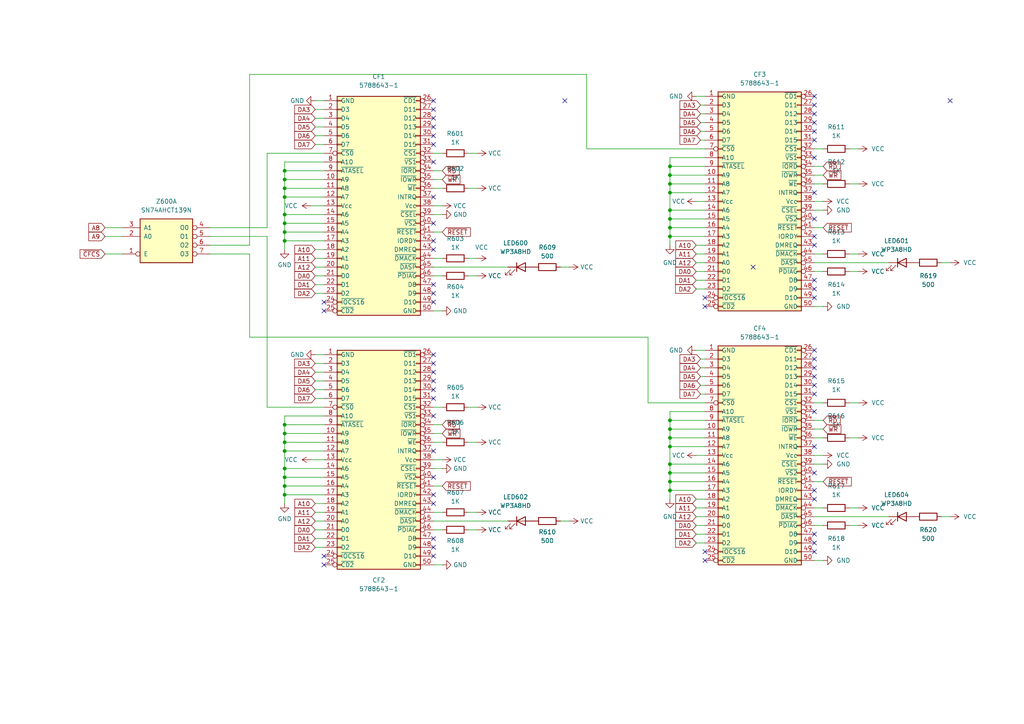
<source format=kicad_sch>
(kicad_sch (version 20211123) (generator eeschema)
  (paper "A4")
  (title_block (title "JupiterAceZ180") (date "2019-08-26") (rev "Alpha") (company "Ontobus") (comment 1 "John Bradley") (comment 2 "https://creativecommons.org/licenses/by-nc-sa/4.0/") (comment 3 "Attribution-NonCommercial-ShareAlike 4.0 International License.") (comment 4 "This work is licensed under a Creative Commons "))
  (lib_symbols
    (symbol "74xx:74LS139" (pin_names (offset 1.016))
      (property "Reference" "U" (at -7.62 8.89 0))
      (property "Value" "74LS139" (at -7.62 -8.89 0))
      (symbol "74LS139_1_0"
        (pin input inverted (at -12.7 -5.08 0) (length 5.08) (name "E") (number "1"))
        (pin input line (at -12.7 0 0) (length 5.08) (name "A0") (number "2"))
        (pin input line (at -12.7 2.54 0) (length 5.08) (name "A1") (number "3"))
        (pin output inverted (at 12.7 2.54 180) (length 5.08) (name "O0") (number "4"))
        (pin output inverted (at 12.7 0 180) (length 5.08) (name "O1") (number "5"))
        (pin output inverted (at 12.7 -2.54 180) (length 5.08) (name "O2") (number "6"))
        (pin output inverted (at 12.7 -5.08 180) (length 5.08) (name "O3") (number "7"))
      )
      (symbol "74LS139_1_1"
        (rectangle (start -7.62 5.08) (end 7.62 -7.62) (stroke (width 0.254)) (fill (type background)))
      )
      (symbol "74LS139_2_0"
        (pin output inverted (at 12.7 -2.54 180) (length 5.08) (name "O2") (number "10"))
        (pin output inverted (at 12.7 0 180) (length 5.08) (name "O1") (number "11"))
        (pin output inverted (at 12.7 2.54 180) (length 5.08) (name "O0") (number "12"))
        (pin input line (at -12.7 2.54 0) (length 5.08) (name "A1") (number "13"))
        (pin input line (at -12.7 0 0) (length 5.08) (name "A0") (number "14"))
        (pin input inverted (at -12.7 -5.08 0) (length 5.08) (name "E") (number "15"))
        (pin output inverted (at 12.7 -5.08 180) (length 5.08) (name "O3") (number "9"))
      )
      (symbol "74LS139_2_1"
        (rectangle (start -7.62 5.08) (end 7.62 -7.62) (stroke (width 0.254)) (fill (type background)))
      )
      (symbol "74LS139_3_0"
        (pin power_in line (at 0 12.7 270) (length 5.08) (name "VCC") (number "16"))
        (pin power_in line (at 0 -12.7 90) (length 5.08) (name "GND") (number "8"))
      )
      (symbol "74LS139_3_1"
        (rectangle (start -5.08 7.62) (end 5.08 -7.62) (stroke (width 0.254)) (fill (type background)))
      )
    )
    (symbol "Device:LED" (pin_numbers hide) (pin_names (offset 1.016) hide)
      (property "Reference" "D" (at 0 2.54 0))
      (property "Value" "LED" (at 0 -2.54 0))
      (symbol "LED_0_1"
        (polyline (pts (xy -1.27 -1.27) (xy -1.27 1.27)) (stroke (width 0.254)))
        (polyline (pts (xy -1.27 0) (xy 1.27 0)))
        (polyline (pts (xy 1.27 -1.27) (xy 1.27 1.27) (xy -1.27 0) (xy 1.27 -1.27)) (stroke (width 0.254)))
        (polyline (pts (xy -3.048 -0.762) (xy -4.572 -2.286) (xy -3.81 -2.286) (xy -4.572 -2.286) (xy -4.572 -1.524)))
        (polyline (pts (xy -1.778 -0.762) (xy -3.302 -2.286) (xy -2.54 -2.286) (xy -3.302 -2.286) (xy -3.302 -1.524)))
      )
      (symbol "LED_1_1"
        (pin passive line (at -3.81 0 0) (length 2.54) (name "K") (number "1"))
        (pin passive line (at 3.81 0 180) (length 2.54) (name "A") (number "2"))
      )
    )
    (symbol "Device:R" (pin_numbers hide) (pin_names (offset 0))
      (property "Reference" "R" (at 2.032 0 90))
      (property "Value" "R" (at 0 0 90))
      (symbol "R_0_1"
        (rectangle (start -1.016 -2.54) (end 1.016 2.54) (stroke (width 0.254)))
      )
      (symbol "R_1_1"
        (pin passive line (at 0 3.81 270) (length 1.27) (name "~") (number "1"))
        (pin passive line (at 0 -3.81 90) (length 1.27) (name "~") (number "2"))
      )
    )
    (symbol "ExtraSymbols:5788643-1" (pin_names (offset 1.016))
      (property "Reference" "CF" (at 2.54 1.27 0))
      (property "Value" "5788643-1" (at 17.78 1.27 0))
      (symbol "5788643-1_1_1"
        (rectangle (start 0 -62.103) (end 1.27 -62.357) (stroke (width 0.1524)))
        (rectangle (start 0 -59.563) (end 1.27 -59.817) (stroke (width 0.1524)))
        (rectangle (start 0 -57.023) (end 1.27 -57.277) (stroke (width 0.1524)))
        (rectangle (start 0 -54.483) (end 1.27 -54.737) (stroke (width 0.1524)))
        (rectangle (start 0 -51.943) (end 1.27 -52.197) (stroke (width 0.1524)))
        (rectangle (start 0 -49.403) (end 1.27 -49.657) (stroke (width 0.1524)))
        (rectangle (start 0 -46.863) (end 1.27 -47.117) (stroke (width 0.1524)))
        (rectangle (start 0 -44.323) (end 1.27 -44.577) (stroke (width 0.1524)))
        (rectangle (start 0 -41.783) (end 1.27 -42.037) (stroke (width 0.1524)))
        (rectangle (start 0 -39.243) (end 1.27 -39.497) (stroke (width 0.1524)))
        (rectangle (start 0 -36.703) (end 1.27 -36.957) (stroke (width 0.1524)))
        (rectangle (start 0 -34.163) (end 1.27 -34.417) (stroke (width 0.1524)))
        (rectangle (start 0 -31.623) (end 1.27 -31.877) (stroke (width 0.1524)))
        (rectangle (start 0 -29.083) (end 1.27 -29.337) (stroke (width 0.1524)))
        (rectangle (start 0 -26.543) (end 1.27 -26.797) (stroke (width 0.1524)))
        (rectangle (start 0 -24.003) (end 1.27 -24.257) (stroke (width 0.1524)))
        (rectangle (start 0 -21.463) (end 1.27 -21.717) (stroke (width 0.1524)))
        (rectangle (start 0 -18.923) (end 1.27 -19.177) (stroke (width 0.1524)))
        (rectangle (start 0 -16.383) (end 1.27 -16.637) (stroke (width 0.1524)))
        (rectangle (start 0 -13.843) (end 1.27 -14.097) (stroke (width 0.1524)))
        (rectangle (start 0 -11.303) (end 1.27 -11.557) (stroke (width 0.1524)))
        (rectangle (start 0 -8.763) (end 1.27 -9.017) (stroke (width 0.1524)))
        (rectangle (start 0 -6.223) (end 1.27 -6.477) (stroke (width 0.1524)))
        (rectangle (start 0 -3.683) (end 1.27 -3.937) (stroke (width 0.1524)))
        (rectangle (start 0 -1.143) (end 1.27 -1.397) (stroke (width 0.1524)))
        (rectangle (start 0 0) (end 24.13 -63.5) (stroke (width 0.254)) (fill (type background)))
        (rectangle (start 24.13 -62.103) (end 22.86 -62.357) (stroke (width 0.1524)))
        (rectangle (start 24.13 -59.563) (end 22.86 -59.817) (stroke (width 0.1524)))
        (rectangle (start 24.13 -57.023) (end 22.86 -57.277) (stroke (width 0.1524)))
        (rectangle (start 24.13 -54.483) (end 22.86 -54.737) (stroke (width 0.1524)))
        (rectangle (start 24.13 -51.943) (end 22.86 -52.197) (stroke (width 0.1524)))
        (rectangle (start 24.13 -49.403) (end 22.86 -49.657) (stroke (width 0.1524)))
        (rectangle (start 24.13 -46.863) (end 22.86 -47.117) (stroke (width 0.1524)))
        (rectangle (start 24.13 -44.323) (end 22.86 -44.577) (stroke (width 0.1524)))
        (rectangle (start 24.13 -41.783) (end 22.86 -42.037) (stroke (width 0.1524)))
        (rectangle (start 24.13 -39.243) (end 22.86 -39.497) (stroke (width 0.1524)))
        (rectangle (start 24.13 -36.703) (end 22.86 -36.957) (stroke (width 0.1524)))
        (rectangle (start 24.13 -34.163) (end 22.86 -34.417) (stroke (width 0.1524)))
        (rectangle (start 24.13 -31.623) (end 22.86 -31.877) (stroke (width 0.1524)))
        (rectangle (start 24.13 -29.083) (end 22.86 -29.337) (stroke (width 0.1524)))
        (rectangle (start 24.13 -26.543) (end 22.86 -26.797) (stroke (width 0.1524)))
        (rectangle (start 24.13 -24.003) (end 22.86 -24.257) (stroke (width 0.1524)))
        (rectangle (start 24.13 -21.463) (end 22.86 -21.717) (stroke (width 0.1524)))
        (rectangle (start 24.13 -18.923) (end 22.86 -19.177) (stroke (width 0.1524)))
        (rectangle (start 24.13 -16.383) (end 22.86 -16.637) (stroke (width 0.1524)))
        (rectangle (start 24.13 -13.843) (end 22.86 -14.097) (stroke (width 0.1524)))
        (rectangle (start 24.13 -11.303) (end 22.86 -11.557) (stroke (width 0.1524)))
        (rectangle (start 24.13 -8.763) (end 22.86 -9.017) (stroke (width 0.1524)))
        (rectangle (start 24.13 -6.223) (end 22.86 -6.477) (stroke (width 0.1524)))
        (rectangle (start 24.13 -3.683) (end 22.86 -3.937) (stroke (width 0.1524)))
        (rectangle (start 24.13 -1.143) (end 22.86 -1.397) (stroke (width 0.1524)))
        (pin power_in line (at -3.81 -1.27 0) (length 3.81) (name "GND") (number "1"))
        (pin input line (at -3.81 -24.13 0) (length 3.81) (name "A9") (number "10"))
        (pin input line (at -3.81 -26.67 0) (length 3.81) (name "A8") (number "11"))
        (pin input line (at -3.81 -29.21 0) (length 3.81) (name "A7") (number "12"))
        (pin power_in line (at -3.81 -31.75 0) (length 3.81) (name "Vcc") (number "13"))
        (pin input line (at -3.81 -34.29 0) (length 3.81) (name "A6") (number "14"))
        (pin input line (at -3.81 -36.83 0) (length 3.81) (name "A5") (number "15"))
        (pin input line (at -3.81 -39.37 0) (length 3.81) (name "A4") (number "16"))
        (pin input line (at -3.81 -41.91 0) (length 3.81) (name "A3") (number "17"))
        (pin input line (at -3.81 -44.45 0) (length 3.81) (name "A2") (number "18"))
        (pin input line (at -3.81 -46.99 0) (length 3.81) (name "A1") (number "19"))
        (pin bidirectional line (at -3.81 -3.81 0) (length 3.81) (name "D3") (number "2"))
        (pin input line (at -3.81 -49.53 0) (length 3.81) (name "A0") (number "20"))
        (pin bidirectional line (at -3.81 -52.07 0) (length 3.81) (name "D0") (number "21"))
        (pin bidirectional line (at -3.81 -54.61 0) (length 3.81) (name "D1") (number "22"))
        (pin bidirectional line (at -3.81 -57.15 0) (length 3.81) (name "D2") (number "23"))
        (pin input inverted (at -3.81 -59.69 0) (length 3.81) (name "~{IOCS16}") (number "24"))
        (pin output inverted (at -3.81 -62.23 0) (length 3.81) (name "~{CD2}") (number "25"))
        (pin output inverted (at 27.94 -1.27 180) (length 3.81) (name "~{CD1}") (number "26"))
        (pin bidirectional line (at 27.94 -3.81 180) (length 3.81) (name "D11") (number "27"))
        (pin bidirectional line (at 27.94 -6.35 180) (length 3.81) (name "D12") (number "28"))
        (pin bidirectional line (at 27.94 -8.89 180) (length 3.81) (name "D13") (number "29"))
        (pin bidirectional line (at -3.81 -6.35 0) (length 3.81) (name "D4") (number "3"))
        (pin bidirectional line (at 27.94 -11.43 180) (length 3.81) (name "D14") (number "30"))
        (pin bidirectional line (at 27.94 -13.97 180) (length 3.81) (name "D15") (number "31"))
        (pin input inverted (at 27.94 -16.51 180) (length 3.81) (name "~{CS1}") (number "32"))
        (pin output inverted (at 27.94 -19.05 180) (length 3.81) (name "~{VS1}") (number "33"))
        (pin input inverted (at 27.94 -21.59 180) (length 3.81) (name "~{IORD}") (number "34"))
        (pin input inverted (at 27.94 -24.13 180) (length 3.81) (name "~{IOWR}") (number "35"))
        (pin input inverted (at 27.94 -26.67 180) (length 3.81) (name "~{WE}") (number "36"))
        (pin output line (at 27.94 -29.21 180) (length 3.81) (name "INTRQ") (number "37"))
        (pin power_in line (at 27.94 -31.75 180) (length 3.81) (name "Vcc") (number "38"))
        (pin input inverted (at 27.94 -34.29 180) (length 3.81) (name "~{CSEL}") (number "39"))
        (pin bidirectional line (at -3.81 -8.89 0) (length 3.81) (name "D5") (number "4"))
        (pin output inverted (at 27.94 -36.83 180) (length 3.81) (name "~{VS2}") (number "40"))
        (pin input inverted (at 27.94 -39.37 180) (length 3.81) (name "~{RESET}") (number "41"))
        (pin output line (at 27.94 -41.91 180) (length 3.81) (name "IORDY") (number "42"))
        (pin output line (at 27.94 -44.45 180) (length 3.81) (name "DMREQ") (number "43"))
        (pin input inverted (at 27.94 -46.99 180) (length 3.81) (name "~{DMACK}") (number "44"))
        (pin bidirectional inverted (at 27.94 -49.53 180) (length 3.81) (name "~{DASP}") (number "45"))
        (pin bidirectional inverted (at 27.94 -52.07 180) (length 3.81) (name "~{PDIAG}") (number "46"))
        (pin bidirectional line (at 27.94 -54.61 180) (length 3.81) (name "D8") (number "47"))
        (pin bidirectional line (at 27.94 -57.15 180) (length 3.81) (name "D9") (number "48"))
        (pin bidirectional line (at 27.94 -59.69 180) (length 3.81) (name "D10") (number "49"))
        (pin bidirectional line (at -3.81 -11.43 0) (length 3.81) (name "D6") (number "5"))
        (pin power_in line (at 27.94 -62.23 180) (length 3.81) (name "GND") (number "50"))
        (pin bidirectional line (at -3.81 -13.97 0) (length 3.81) (name "D7") (number "6"))
        (pin input inverted (at -3.81 -16.51 0) (length 3.81) (name "~{CS0}") (number "7"))
        (pin input line (at -3.81 -19.05 0) (length 3.81) (name "A10") (number "8"))
        (pin input line (at -3.81 -21.59 0) (length 3.81) (name "~{ATASEL}") (number "9"))
      )
    )
    (symbol "power:GND" (power) (pin_names (offset 0))
      (property "Value" "GND" (at 0 -3.81 0))
      (symbol "GND_0_1"
        (polyline (pts (xy 0 0) (xy 0 -1.27) (xy 1.27 -1.27) (xy 0 -2.54) (xy -1.27 -1.27) (xy 0 -1.27)))
      )
      (symbol "GND_1_1"
        (pin power_in line (at 0 0 270) (length 0) hide (name "GND") (number "1"))
      )
    )
    (symbol "power:VCC" (power) (pin_names (offset 0))
      (property "Value" "VCC" (at 0 3.81 0))
      (symbol "VCC_0_1"
        (polyline (pts (xy -0.762 1.27) (xy 0 2.54)))
        (polyline (pts (xy 0 0) (xy 0 2.54)))
        (polyline (pts (xy 0 2.54) (xy 0.762 1.27)))
      )
      (symbol "VCC_1_1"
        (pin power_in line (at 0 0 90) (length 0) hide (name "VCC") (number "1"))
      )
    )
  )
  (junction (at 82.55 143.51))
  (junction (at 194.31 63.5))
  (junction (at 82.55 138.43))
  (junction (at 82.55 123.19))
  (junction (at 82.55 64.77))
  (junction (at 194.31 68.58))
  (junction (at 82.55 54.61))
  (junction (at 82.55 128.27))
  (junction (at 194.31 50.8))
  (junction (at 82.55 140.97))
  (junction (at 194.31 129.54))
  (junction (at 82.55 49.53))
  (junction (at 194.31 60.96))
  (junction (at 194.31 53.34))
  (junction (at 82.55 57.15))
  (junction (at 194.31 66.04))
  (junction (at 82.55 52.07))
  (junction (at 82.55 135.89))
  (junction (at 82.55 130.81))
  (junction (at 194.31 127))
  (junction (at 194.31 137.16))
  (junction (at 82.55 62.23))
  (junction (at 194.31 142.24))
  (junction (at 82.55 67.31))
  (junction (at 194.31 121.92))
  (junction (at 82.55 69.85))
  (junction (at 194.31 139.7))
  (junction (at 194.31 55.88))
  (junction (at 194.31 134.62))
  (junction (at 194.31 124.46))
  (junction (at 82.55 125.73))
  (junction (at 194.31 48.26))
  (no_connect (at 204.47 86.36))
  (no_connect (at 236.22 30.48))
  (no_connect (at 236.22 111.76))
  (no_connect (at 236.22 129.54))
  (no_connect (at 236.22 119.38))
  (no_connect (at 236.22 63.5))
  (no_connect (at 125.73 31.75))
  (no_connect (at 125.73 85.09))
  (no_connect (at 236.22 27.94))
  (no_connect (at 236.22 106.68))
  (no_connect (at 125.73 158.75))
  (no_connect (at 236.22 68.58))
  (no_connect (at 236.22 40.64))
  (no_connect (at 236.22 144.78))
  (no_connect (at 236.22 142.24))
  (no_connect (at 236.22 38.1))
  (no_connect (at 125.73 82.55))
  (no_connect (at 236.22 86.36))
  (no_connect (at 125.73 138.43))
  (no_connect (at 236.22 35.56))
  (no_connect (at 125.73 36.83))
  (no_connect (at 236.22 137.16))
  (no_connect (at 236.22 33.02))
  (no_connect (at 204.47 160.02))
  (no_connect (at 125.73 107.95))
  (no_connect (at 125.73 69.85))
  (no_connect (at 204.47 162.56))
  (no_connect (at 125.73 72.39))
  (no_connect (at 125.73 115.57))
  (no_connect (at 236.22 104.14))
  (no_connect (at 236.22 71.12))
  (no_connect (at 125.73 161.29))
  (no_connect (at 236.22 157.48))
  (no_connect (at 125.73 87.63))
  (no_connect (at 125.73 156.21))
  (no_connect (at 125.73 120.65))
  (no_connect (at 125.73 110.49))
  (no_connect (at 93.98 161.29))
  (no_connect (at 125.73 29.21))
  (no_connect (at 93.98 90.17))
  (no_connect (at 125.73 146.05))
  (no_connect (at 93.98 87.63))
  (no_connect (at 236.22 109.22))
  (no_connect (at 236.22 114.3))
  (no_connect (at 125.73 113.03))
  (no_connect (at 125.73 130.81))
  (no_connect (at 236.22 83.82))
  (no_connect (at 125.73 39.37))
  (no_connect (at 163.83 29.21))
  (no_connect (at 125.73 102.87))
  (no_connect (at 236.22 81.28))
  (no_connect (at 236.22 160.02))
  (no_connect (at 236.22 101.6))
  (no_connect (at 125.73 64.77))
  (no_connect (at 236.22 55.88))
  (no_connect (at 125.73 41.91))
  (no_connect (at 125.73 34.29))
  (no_connect (at 218.44 77.47))
  (no_connect (at 236.22 154.94))
  (no_connect (at 125.73 57.15))
  (no_connect (at 236.22 45.72))
  (no_connect (at 125.73 46.99))
  (no_connect (at 204.47 88.9))
  (no_connect (at 275.59 29.21))
  (no_connect (at 125.73 143.51))
  (no_connect (at 93.98 163.83))
  (no_connect (at 125.73 105.41))
  (wire (pts (xy 165.1 151.13) (xy 162.56 151.13)))
  (wire (pts (xy 236.22 76.2) (xy 257.81 76.2)))
  (wire (pts (xy 194.31 48.26) (xy 194.31 45.72)))
  (wire (pts (xy 128.27 148.59) (xy 125.73 148.59)))
  (wire (pts (xy 248.92 78.74) (xy 246.38 78.74)))
  (wire (pts (xy 194.31 142.24) (xy 204.47 142.24)))
  (wire (pts (xy 72.39 71.12) (xy 72.39 21.59)))
  (wire (pts (xy 93.98 148.59) (xy 91.44 148.59)))
  (wire (pts (xy 125.73 151.13) (xy 147.32 151.13)))
  (wire (pts (xy 82.55 130.81) (xy 82.55 135.89)))
  (wire (pts (xy 93.98 113.03) (xy 91.44 113.03)))
  (wire (pts (xy 93.98 64.77) (xy 82.55 64.77)))
  (wire (pts (xy 93.98 57.15) (xy 82.55 57.15)))
  (wire (pts (xy 82.55 135.89) (xy 82.55 138.43)))
  (wire (pts (xy 238.76 73.66) (xy 236.22 73.66)))
  (wire (pts (xy 82.55 67.31) (xy 82.55 69.85)))
  (wire (pts (xy 194.31 129.54) (xy 194.31 134.62)))
  (wire (pts (xy 204.47 109.22) (xy 203.2 109.22)))
  (wire (pts (xy 187.96 97.79) (xy 187.96 116.84)))
  (wire (pts (xy 194.31 53.34) (xy 194.31 50.8)))
  (wire (pts (xy 93.98 151.13) (xy 91.44 151.13)))
  (wire (pts (xy 204.47 33.02) (xy 203.2 33.02)))
  (wire (pts (xy 82.55 140.97) (xy 82.55 143.51)))
  (wire (pts (xy 60.96 73.66) (xy 72.39 73.66)))
  (wire (pts (xy 93.98 34.29) (xy 91.44 34.29)))
  (wire (pts (xy 248.92 152.4) (xy 246.38 152.4)))
  (wire (pts (xy 72.39 71.12) (xy 60.96 71.12)))
  (wire (pts (xy 93.98 82.55) (xy 91.44 82.55)))
  (wire (pts (xy 194.31 71.12) (xy 194.31 68.58)))
  (wire (pts (xy 204.47 50.8) (xy 194.31 50.8)))
  (wire (pts (xy 128.27 123.19) (xy 125.73 123.19)))
  (wire (pts (xy 128.27 49.53) (xy 125.73 49.53)))
  (wire (pts (xy 128.27 44.45) (xy 125.73 44.45)))
  (wire (pts (xy 138.43 54.61) (xy 135.89 54.61)))
  (wire (pts (xy 238.76 121.92) (xy 236.22 121.92)))
  (wire (pts (xy 93.98 80.01) (xy 91.44 80.01)))
  (wire (pts (xy 93.98 153.67) (xy 91.44 153.67)))
  (wire (pts (xy 138.43 128.27) (xy 135.89 128.27)))
  (wire (pts (xy 201.93 27.94) (xy 204.47 27.94)))
  (wire (pts (xy 248.92 116.84) (xy 246.38 116.84)))
  (wire (pts (xy 204.47 81.28) (xy 201.93 81.28)))
  (wire (pts (xy 248.92 147.32) (xy 246.38 147.32)))
  (wire (pts (xy 194.31 45.72) (xy 204.47 45.72)))
  (wire (pts (xy 128.27 62.23) (xy 125.73 62.23)))
  (wire (pts (xy 204.47 127) (xy 194.31 127)))
  (wire (pts (xy 238.76 147.32) (xy 236.22 147.32)))
  (wire (pts (xy 275.59 76.2) (xy 273.05 76.2)))
  (wire (pts (xy 204.47 78.74) (xy 201.93 78.74)))
  (wire (pts (xy 93.98 158.75) (xy 91.44 158.75)))
  (wire (pts (xy 82.55 143.51) (xy 93.98 143.51)))
  (wire (pts (xy 238.76 53.34) (xy 236.22 53.34)))
  (wire (pts (xy 125.73 77.47) (xy 147.32 77.47)))
  (wire (pts (xy 82.55 46.99) (xy 93.98 46.99)))
  (wire (pts (xy 93.98 115.57) (xy 91.44 115.57)))
  (wire (pts (xy 82.55 125.73) (xy 82.55 123.19)))
  (wire (pts (xy 82.55 62.23) (xy 82.55 64.77)))
  (wire (pts (xy 128.27 90.17) (xy 125.73 90.17)))
  (wire (pts (xy 128.27 52.07) (xy 125.73 52.07)))
  (wire (pts (xy 204.47 124.46) (xy 194.31 124.46)))
  (wire (pts (xy 204.47 154.94) (xy 201.93 154.94)))
  (wire (pts (xy 204.47 63.5) (xy 194.31 63.5)))
  (wire (pts (xy 194.31 66.04) (xy 194.31 68.58)))
  (wire (pts (xy 72.39 97.79) (xy 187.96 97.79)))
  (wire (pts (xy 93.98 54.61) (xy 82.55 54.61)))
  (wire (pts (xy 138.43 44.45) (xy 135.89 44.45)))
  (wire (pts (xy 128.27 125.73) (xy 125.73 125.73)))
  (wire (pts (xy 82.55 146.05) (xy 82.55 143.51)))
  (wire (pts (xy 238.76 88.9) (xy 236.22 88.9)))
  (wire (pts (xy 204.47 55.88) (xy 194.31 55.88)))
  (wire (pts (xy 77.47 68.58) (xy 77.47 118.11)))
  (wire (pts (xy 128.27 54.61) (xy 125.73 54.61)))
  (wire (pts (xy 128.27 133.35) (xy 125.73 133.35)))
  (wire (pts (xy 93.98 31.75) (xy 91.44 31.75)))
  (wire (pts (xy 128.27 163.83) (xy 125.73 163.83)))
  (wire (pts (xy 238.76 58.42) (xy 236.22 58.42)))
  (wire (pts (xy 194.31 50.8) (xy 194.31 48.26)))
  (wire (pts (xy 204.47 35.56) (xy 203.2 35.56)))
  (wire (pts (xy 82.55 52.07) (xy 82.55 49.53)))
  (wire (pts (xy 82.55 57.15) (xy 82.55 54.61)))
  (wire (pts (xy 93.98 62.23) (xy 82.55 62.23)))
  (wire (pts (xy 238.76 124.46) (xy 236.22 124.46)))
  (wire (pts (xy 82.55 49.53) (xy 82.55 46.99)))
  (wire (pts (xy 93.98 77.47) (xy 91.44 77.47)))
  (wire (pts (xy 194.31 60.96) (xy 194.31 63.5)))
  (wire (pts (xy 204.47 116.84) (xy 187.96 116.84)))
  (wire (pts (xy 128.27 135.89) (xy 125.73 135.89)))
  (wire (pts (xy 82.55 130.81) (xy 82.55 128.27)))
  (wire (pts (xy 204.47 30.48) (xy 203.2 30.48)))
  (wire (pts (xy 93.98 110.49) (xy 91.44 110.49)))
  (wire (pts (xy 238.76 162.56) (xy 236.22 162.56)))
  (wire (pts (xy 238.76 127) (xy 236.22 127)))
  (wire (pts (xy 93.98 39.37) (xy 91.44 39.37)))
  (wire (pts (xy 248.92 43.18) (xy 246.38 43.18)))
  (wire (pts (xy 204.47 53.34) (xy 194.31 53.34)))
  (wire (pts (xy 238.76 60.96) (xy 236.22 60.96)))
  (wire (pts (xy 138.43 153.67) (xy 135.89 153.67)))
  (wire (pts (xy 204.47 121.92) (xy 194.31 121.92)))
  (wire (pts (xy 93.98 128.27) (xy 82.55 128.27)))
  (wire (pts (xy 194.31 134.62) (xy 194.31 137.16)))
  (wire (pts (xy 204.47 134.62) (xy 194.31 134.62)))
  (wire (pts (xy 238.76 116.84) (xy 236.22 116.84)))
  (wire (pts (xy 138.43 80.01) (xy 135.89 80.01)))
  (wire (pts (xy 138.43 74.93) (xy 135.89 74.93)))
  (wire (pts (xy 82.55 138.43) (xy 82.55 140.97)))
  (wire (pts (xy 93.98 146.05) (xy 91.44 146.05)))
  (wire (pts (xy 204.47 73.66) (xy 201.93 73.66)))
  (wire (pts (xy 236.22 66.04) (xy 238.76 66.04)))
  (wire (pts (xy 93.98 135.89) (xy 82.55 135.89)))
  (wire (pts (xy 91.44 29.21) (xy 93.98 29.21)))
  (wire (pts (xy 93.98 36.83) (xy 91.44 36.83)))
  (wire (pts (xy 82.55 72.39) (xy 82.55 69.85)))
  (wire (pts (xy 93.98 49.53) (xy 82.55 49.53)))
  (wire (pts (xy 93.98 156.21) (xy 91.44 156.21)))
  (wire (pts (xy 204.47 144.78) (xy 201.93 144.78)))
  (wire (pts (xy 194.31 121.92) (xy 194.31 119.38)))
  (wire (pts (xy 204.47 111.76) (xy 203.2 111.76)))
  (wire (pts (xy 204.47 60.96) (xy 194.31 60.96)))
  (wire (pts (xy 93.98 44.45) (xy 77.47 44.45)))
  (wire (pts (xy 128.27 153.67) (xy 125.73 153.67)))
  (wire (pts (xy 194.31 63.5) (xy 194.31 66.04)))
  (wire (pts (xy 194.31 127) (xy 194.31 124.46)))
  (wire (pts (xy 128.27 59.69) (xy 125.73 59.69)))
  (wire (pts (xy 248.92 53.34) (xy 246.38 53.34)))
  (wire (pts (xy 82.55 123.19) (xy 82.55 120.65)))
  (wire (pts (xy 138.43 148.59) (xy 135.89 148.59)))
  (wire (pts (xy 204.47 132.08) (xy 201.93 132.08)))
  (wire (pts (xy 204.47 48.26) (xy 194.31 48.26)))
  (wire (pts (xy 238.76 134.62) (xy 236.22 134.62)))
  (wire (pts (xy 204.47 58.42) (xy 201.93 58.42)))
  (wire (pts (xy 204.47 71.12) (xy 201.93 71.12)))
  (wire (pts (xy 204.47 40.64) (xy 203.2 40.64)))
  (wire (pts (xy 128.27 74.93) (xy 125.73 74.93)))
  (wire (pts (xy 82.55 54.61) (xy 82.55 52.07)))
  (wire (pts (xy 204.47 76.2) (xy 201.93 76.2)))
  (wire (pts (xy 238.76 152.4) (xy 236.22 152.4)))
  (wire (pts (xy 35.56 68.58) (xy 30.48 68.58)))
  (wire (pts (xy 194.31 124.46) (xy 194.31 121.92)))
  (wire (pts (xy 82.55 128.27) (xy 82.55 125.73)))
  (wire (pts (xy 204.47 157.48) (xy 201.93 157.48)))
  (wire (pts (xy 170.18 21.59) (xy 170.18 43.18)))
  (wire (pts (xy 194.31 55.88) (xy 194.31 60.96)))
  (wire (pts (xy 236.22 149.86) (xy 257.81 149.86)))
  (wire (pts (xy 93.98 125.73) (xy 82.55 125.73)))
  (wire (pts (xy 93.98 107.95) (xy 91.44 107.95)))
  (wire (pts (xy 204.47 104.14) (xy 203.2 104.14)))
  (wire (pts (xy 238.76 50.8) (xy 236.22 50.8)))
  (wire (pts (xy 165.1 77.47) (xy 162.56 77.47)))
  (wire (pts (xy 93.98 74.93) (xy 91.44 74.93)))
  (wire (pts (xy 248.92 73.66) (xy 246.38 73.66)))
  (wire (pts (xy 93.98 130.81) (xy 82.55 130.81)))
  (wire (pts (xy 93.98 105.41) (xy 91.44 105.41)))
  (wire (pts (xy 204.47 129.54) (xy 194.31 129.54)))
  (wire (pts (xy 204.47 152.4) (xy 201.93 152.4)))
  (wire (pts (xy 236.22 139.7) (xy 238.76 139.7)))
  (wire (pts (xy 72.39 73.66) (xy 72.39 97.79)))
  (wire (pts (xy 93.98 138.43) (xy 82.55 138.43)))
  (wire (pts (xy 91.44 102.87) (xy 93.98 102.87)))
  (wire (pts (xy 93.98 133.35) (xy 90.17 133.35)))
  (wire (pts (xy 204.47 38.1) (xy 203.2 38.1)))
  (wire (pts (xy 204.47 106.68) (xy 203.2 106.68)))
  (wire (pts (xy 93.98 72.39) (xy 91.44 72.39)))
  (wire (pts (xy 238.76 132.08) (xy 236.22 132.08)))
  (wire (pts (xy 93.98 59.69) (xy 90.17 59.69)))
  (wire (pts (xy 194.31 144.78) (xy 194.31 142.24)))
  (wire (pts (xy 204.47 147.32) (xy 201.93 147.32)))
  (wire (pts (xy 194.31 137.16) (xy 194.31 139.7)))
  (wire (pts (xy 204.47 83.82) (xy 201.93 83.82)))
  (wire (pts (xy 35.56 66.04) (xy 30.48 66.04)))
  (wire (pts (xy 82.55 120.65) (xy 93.98 120.65)))
  (wire (pts (xy 93.98 118.11) (xy 77.47 118.11)))
  (wire (pts (xy 204.47 114.3) (xy 203.2 114.3)))
  (wire (pts (xy 93.98 52.07) (xy 82.55 52.07)))
  (wire (pts (xy 82.55 64.77) (xy 82.55 67.31)))
  (wire (pts (xy 194.31 139.7) (xy 194.31 142.24)))
  (wire (pts (xy 93.98 123.19) (xy 82.55 123.19)))
  (wire (pts (xy 72.39 21.59) (xy 170.18 21.59)))
  (wire (pts (xy 125.73 140.97) (xy 128.27 140.97)))
  (wire (pts (xy 275.59 149.86) (xy 273.05 149.86)))
  (wire (pts (xy 128.27 118.11) (xy 125.73 118.11)))
  (wire (pts (xy 201.93 101.6) (xy 204.47 101.6)))
  (wire (pts (xy 194.31 55.88) (xy 194.31 53.34)))
  (wire (pts (xy 204.47 137.16) (xy 194.31 137.16)))
  (wire (pts (xy 128.27 128.27) (xy 125.73 128.27)))
  (wire (pts (xy 93.98 41.91) (xy 91.44 41.91)))
  (wire (pts (xy 60.96 66.04) (xy 77.47 66.04)))
  (wire (pts (xy 194.31 119.38) (xy 204.47 119.38)))
  (wire (pts (xy 204.47 149.86) (xy 201.93 149.86)))
  (wire (pts (xy 170.18 43.18) (xy 204.47 43.18)))
  (wire (pts (xy 82.55 57.15) (xy 82.55 62.23)))
  (wire (pts (xy 35.56 73.66) (xy 30.48 73.66)))
  (wire (pts (xy 125.73 67.31) (xy 128.27 67.31)))
  (wire (pts (xy 248.92 127) (xy 246.38 127)))
  (wire (pts (xy 128.27 80.01) (xy 125.73 80.01)))
  (wire (pts (xy 77.47 66.04) (xy 77.47 44.45)))
  (wire (pts (xy 204.47 139.7) (xy 194.31 139.7)))
  (wire (pts (xy 238.76 78.74) (xy 236.22 78.74)))
  (wire (pts (xy 194.31 68.58) (xy 204.47 68.58)))
  (wire (pts (xy 93.98 140.97) (xy 82.55 140.97)))
  (wire (pts (xy 93.98 67.31) (xy 82.55 67.31)))
  (wire (pts (xy 93.98 85.09) (xy 91.44 85.09)))
  (wire (pts (xy 194.31 129.54) (xy 194.31 127)))
  (wire (pts (xy 238.76 43.18) (xy 236.22 43.18)))
  (wire (pts (xy 238.76 48.26) (xy 236.22 48.26)))
  (wire (pts (xy 82.55 69.85) (xy 93.98 69.85)))
  (wire (pts (xy 60.96 68.58) (xy 77.47 68.58)))
  (wire (pts (xy 204.47 66.04) (xy 194.31 66.04)))
  (wire (pts (xy 138.43 118.11) (xy 135.89 118.11)))
  (global_label "~{RD}" (shape input) (at 128.27 123.19 0) (property "Intersheet References" "${INTERSHEET_REFS}" (at 133.1342 123.1106 0) (effects (justify left))))
  (global_label "A12" (shape input) (at 91.44 77.47 180) (property "Intersheet References" "${INTERSHEET_REFS}" (at 85.6082 77.3906 0) (effects (justify right))))
  (global_label "~{RESET}" (shape input) (at 128.27 67.31 0) (property "Intersheet References" "${INTERSHEET_REFS}" (at 136.3394 67.2306 0) (effects (justify left))))
  (global_label "DA4" (shape input) (at 203.2 33.02 180) (property "Intersheet References" "${INTERSHEET_REFS}" (at 197.3077 32.9406 0) (effects (justify right))))
  (global_label "DA5" (shape input) (at 203.2 35.56 180) (property "Intersheet References" "${INTERSHEET_REFS}" (at 197.3077 35.4806 0) (effects (justify right))))
  (global_label "DA2" (shape input) (at 201.93 83.82 180) (property "Intersheet References" "${INTERSHEET_REFS}" (at 196.0377 83.7406 0) (effects (justify right))))
  (global_label "A10" (shape input) (at 201.93 71.12 180) (property "Intersheet References" "${INTERSHEET_REFS}" (at 196.0982 71.0406 0) (effects (justify right))))
  (global_label "DA2" (shape input) (at 91.44 85.09 180) (property "Intersheet References" "${INTERSHEET_REFS}" (at 85.5477 85.0106 0) (effects (justify right))))
  (global_label "A9" (shape input) (at 30.48 68.58 180) (property "Intersheet References" "${INTERSHEET_REFS}" (at 25.8577 68.5006 0) (effects (justify right))))
  (global_label "DA3" (shape input) (at 203.2 30.48 180) (property "Intersheet References" "${INTERSHEET_REFS}" (at 197.3077 30.4006 0) (effects (justify right))))
  (global_label "A12" (shape input) (at 91.44 151.13 180) (property "Intersheet References" "${INTERSHEET_REFS}" (at 85.6082 151.0506 0) (effects (justify right))))
  (global_label "DA5" (shape input) (at 91.44 110.49 180) (property "Intersheet References" "${INTERSHEET_REFS}" (at 85.5477 110.4106 0) (effects (justify right))))
  (global_label "DA6" (shape input) (at 203.2 111.76 180) (property "Intersheet References" "${INTERSHEET_REFS}" (at 197.3077 111.6806 0) (effects (justify right))))
  (global_label "A8" (shape input) (at 30.48 66.04 180) (property "Intersheet References" "${INTERSHEET_REFS}" (at 25.8577 65.9606 0) (effects (justify right))))
  (global_label "DA4" (shape input) (at 203.2 106.68 180) (property "Intersheet References" "${INTERSHEET_REFS}" (at 197.3077 106.6006 0) (effects (justify right))))
  (global_label "A12" (shape input) (at 201.93 149.86 180) (property "Intersheet References" "${INTERSHEET_REFS}" (at 196.0982 149.7806 0) (effects (justify right))))
  (global_label "~{RD}" (shape input) (at 238.76 121.92 0) (property "Intersheet References" "${INTERSHEET_REFS}" (at 243.6242 121.8406 0) (effects (justify left))))
  (global_label "DA5" (shape input) (at 203.2 109.22 180) (property "Intersheet References" "${INTERSHEET_REFS}" (at 197.3077 109.1406 0) (effects (justify right))))
  (global_label "DA1" (shape input) (at 201.93 154.94 180) (property "Intersheet References" "${INTERSHEET_REFS}" (at 196.0377 154.8606 0) (effects (justify right))))
  (global_label "DA1" (shape input) (at 91.44 156.21 180) (property "Intersheet References" "${INTERSHEET_REFS}" (at 85.5477 156.1306 0) (effects (justify right))))
  (global_label "~{WR}" (shape input) (at 128.27 125.73 0) (property "Intersheet References" "${INTERSHEET_REFS}" (at 133.3156 125.6506 0) (effects (justify left))))
  (global_label "DA1" (shape input) (at 91.44 82.55 180) (property "Intersheet References" "${INTERSHEET_REFS}" (at 85.5477 82.4706 0) (effects (justify right))))
  (global_label "~{RESET}" (shape input) (at 238.76 66.04 0) (property "Intersheet References" "${INTERSHEET_REFS}" (at 246.8294 65.9606 0) (effects (justify left))))
  (global_label "DA0" (shape input) (at 91.44 153.67 180) (property "Intersheet References" "${INTERSHEET_REFS}" (at 85.5477 153.5906 0) (effects (justify right))))
  (global_label "DA3" (shape input) (at 203.2 104.14 180) (property "Intersheet References" "${INTERSHEET_REFS}" (at 197.3077 104.0606 0) (effects (justify right))))
  (global_label "DA0" (shape input) (at 201.93 152.4 180) (property "Intersheet References" "${INTERSHEET_REFS}" (at 196.0377 152.3206 0) (effects (justify right))))
  (global_label "DA7" (shape input) (at 203.2 114.3 180) (property "Intersheet References" "${INTERSHEET_REFS}" (at 197.3077 114.2206 0) (effects (justify right))))
  (global_label "DA4" (shape input) (at 91.44 34.29 180) (property "Intersheet References" "${INTERSHEET_REFS}" (at 85.5477 34.2106 0) (effects (justify right))))
  (global_label "DA2" (shape input) (at 91.44 158.75 180) (property "Intersheet References" "${INTERSHEET_REFS}" (at 85.5477 158.6706 0) (effects (justify right))))
  (global_label "DA0" (shape input) (at 91.44 80.01 180) (property "Intersheet References" "${INTERSHEET_REFS}" (at 85.5477 79.9306 0) (effects (justify right))))
  (global_label "~{WR}" (shape input) (at 238.76 124.46 0) (property "Intersheet References" "${INTERSHEET_REFS}" (at 243.8056 124.3806 0) (effects (justify left))))
  (global_label "~{WR}" (shape input) (at 238.76 50.8 0) (property "Intersheet References" "${INTERSHEET_REFS}" (at 243.8056 50.7206 0) (effects (justify left))))
  (global_label "DA6" (shape input) (at 91.44 39.37 180) (property "Intersheet References" "${INTERSHEET_REFS}" (at 85.5477 39.2906 0) (effects (justify right))))
  (global_label "DA3" (shape input) (at 91.44 105.41 180) (property "Intersheet References" "${INTERSHEET_REFS}" (at 85.5477 105.3306 0) (effects (justify right))))
  (global_label "DA0" (shape input) (at 201.93 78.74 180) (property "Intersheet References" "${INTERSHEET_REFS}" (at 196.0377 78.6606 0) (effects (justify right))))
  (global_label "A10" (shape input) (at 91.44 146.05 180) (property "Intersheet References" "${INTERSHEET_REFS}" (at 85.6082 145.9706 0) (effects (justify right))))
  (global_label "DA4" (shape input) (at 91.44 107.95 180) (property "Intersheet References" "${INTERSHEET_REFS}" (at 85.5477 107.8706 0) (effects (justify right))))
  (global_label "~{RD}" (shape input) (at 128.27 49.53 0) (property "Intersheet References" "${INTERSHEET_REFS}" (at 133.1342 49.4506 0) (effects (justify left))))
  (global_label "~{WR}" (shape input) (at 128.27 52.07 0) (property "Intersheet References" "${INTERSHEET_REFS}" (at 133.3156 51.9906 0) (effects (justify left))))
  (global_label "~{RESET}" (shape input) (at 238.76 139.7 0) (property "Intersheet References" "${INTERSHEET_REFS}" (at 246.8294 139.6206 0) (effects (justify left))))
  (global_label "DA1" (shape input) (at 201.93 81.28 180) (property "Intersheet References" "${INTERSHEET_REFS}" (at 196.0377 81.2006 0) (effects (justify right))))
  (global_label "DA6" (shape input) (at 91.44 113.03 180) (property "Intersheet References" "${INTERSHEET_REFS}" (at 85.5477 112.9506 0) (effects (justify right))))
  (global_label "A10" (shape input) (at 91.44 72.39 180) (property "Intersheet References" "${INTERSHEET_REFS}" (at 85.6082 72.3106 0) (effects (justify right))))
  (global_label "DA7" (shape input) (at 91.44 115.57 180) (property "Intersheet References" "${INTERSHEET_REFS}" (at 85.5477 115.4906 0) (effects (justify right))))
  (global_label "DA6" (shape input) (at 203.2 38.1 180) (property "Intersheet References" "${INTERSHEET_REFS}" (at 197.3077 38.0206 0) (effects (justify right))))
  (global_label "A11" (shape input) (at 201.93 147.32 180) (property "Intersheet References" "${INTERSHEET_REFS}" (at 196.0982 147.2406 0) (effects (justify right))))
  (global_label "A11" (shape input) (at 91.44 74.93 180) (property "Intersheet References" "${INTERSHEET_REFS}" (at 85.6082 74.8506 0) (effects (justify right))))
  (global_label "DA3" (shape input) (at 91.44 31.75 180) (property "Intersheet References" "${INTERSHEET_REFS}" (at 85.5477 31.6706 0) (effects (justify right))))
  (global_label "~{RD}" (shape input) (at 238.76 48.26 0) (property "Intersheet References" "${INTERSHEET_REFS}" (at 243.6242 48.1806 0) (effects (justify left))))
  (global_label "A11" (shape input) (at 91.44 148.59 180) (property "Intersheet References" "${INTERSHEET_REFS}" (at 85.6082 148.5106 0) (effects (justify right))))
  (global_label "A12" (shape input) (at 201.93 76.2 180) (property "Intersheet References" "${INTERSHEET_REFS}" (at 196.0982 76.1206 0) (effects (justify right))))
  (global_label "DA7" (shape input) (at 203.2 40.64 180) (property "Intersheet References" "${INTERSHEET_REFS}" (at 197.3077 40.5606 0) (effects (justify right))))
  (global_label "A10" (shape input) (at 201.93 144.78 180) (property "Intersheet References" "${INTERSHEET_REFS}" (at 196.0982 144.7006 0) (effects (justify right))))
  (global_label "~{CFCS}" (shape input) (at 30.48 73.66 180) (property "Intersheet References" "${INTERSHEET_REFS}" (at 23.3177 73.5806 0) (effects (justify right))))
  (global_label "DA2" (shape input) (at 201.93 157.48 180) (property "Intersheet References" "${INTERSHEET_REFS}" (at 196.0377 157.4006 0) (effects (justify right))))
  (global_label "DA7" (shape input) (at 91.44 41.91 180) (property "Intersheet References" "${INTERSHEET_REFS}" (at 85.5477 41.8306 0) (effects (justify right))))
  (global_label "A11" (shape input) (at 201.93 73.66 180) (property "Intersheet References" "${INTERSHEET_REFS}" (at 196.0982 73.5806 0) (effects (justify right))))
  (global_label "~{RESET}" (shape input) (at 128.27 140.97 0) (property "Intersheet References" "${INTERSHEET_REFS}" (at 136.3394 140.8906 0) (effects (justify left))))
  (global_label "DA5" (shape input) (at 91.44 36.83 180) (property "Intersheet References" "${INTERSHEET_REFS}" (at 85.5477 36.7506 0) (effects (justify right))))
  (symbol (lib_id "ExtraSymbols:5788643-1") (at 97.79 27.94 0) (unit 1)
    (property "Reference" "CF1" (at 109.855 22.225 0))
    (property "Value" "5788643-1" (at 109.855 24.765 0))
    (property "Datasheet" "http:~/docs-emea.rs-online.com/webdocs/0d98/0900766b80d9879e.pdf" (effects hide))
    (property "Description" "Header,RMP Flash card,SMT,50 Way,Black" (effects hide))
    (property "Height" "10.49" (effects hide))
    (property "Manufacturer_Name" "TE Connectivity" (effects hide))
    (property "Manufacturer_Part_Number" "5788643-1" (effects hide))
    (property "Mouser Part Number" "571-5788643-1" (effects hide))
    (property "Mouser Price/Stock" "https:~/www.mouser.com/Search/Refine.aspx?Keyword=571-5788643-1" (effects hide))
    (property "RS Part Number" "1650672" (effects hide))
    (property "RS Price/Stock" "http:~/uk.rs-online.com/web/p/products/1650672" (effects hide))
    (property "Allied_Number" "70288049" (effects hide))
    (property "Allied Price/Stock" "https:~/www.alliedelec.com/teconnectivity-5788643-1/70288049/" (effects hide))
  )
  (symbol (lib_id "74xx:74LS139") (at 48.26 68.58 0) (unit 1)
    (property "Reference" "Z600" (at 48.26 58.42 0))
    (property "Value" "SN74AHCT139N" (at 48.26 60.96 0))
    (property "Datasheet" "http://www.ti.com/lit/ds/symlink/sn74ls139a.pdf" (effects hide))
  )
  (symbol (lib_id "power:GND") (at 128.27 62.23 90) (unit 1)
    (property "Reference" "#~0101" (effects hide))
    (property "Value" "GND" (at 131.445 62.2299 90) (effects (justify right)))
  )
  (symbol (lib_id "Device:R") (at 132.08 44.45 270) (unit 1)
    (property "Reference" "R601" (at 132.08 38.735 90))
    (property "Value" "1K" (at 132.08 41.275 90))
  )
  (symbol (lib_id "power:VCC") (at 138.43 44.45 270) (unit 1)
    (property "Reference" "#~0102" (effects hide))
    (property "Value" "VCC" (at 141.605 44.4499 90) (effects (justify left)))
  )
  (symbol (lib_id "Device:R") (at 132.08 54.61 270) (unit 1)
    (property "Reference" "R602" (at 132.08 48.895 90))
    (property "Value" "1K" (at 132.08 51.435 90))
  )
  (symbol (lib_id "power:VCC") (at 138.43 54.61 270) (unit 1)
    (property "Reference" "#~0103" (effects hide))
    (property "Value" "VCC" (at 141.605 54.6099 90) (effects (justify left)))
  )
  (symbol (lib_id "Device:R") (at 132.08 80.01 270) (unit 1)
    (property "Reference" "R604" (at 132.08 83.185 90))
    (property "Value" "1K" (at 132.08 85.725 90))
  )
  (symbol (lib_id "power:VCC") (at 138.43 80.01 270) (unit 1)
    (property "Reference" "#~0104" (effects hide))
    (property "Value" "VCC" (at 141.605 80.0099 90) (effects (justify left)))
  )
  (symbol (lib_id "Device:LED") (at 151.13 77.47 0) (unit 1)
    (property "Reference" "LED600" (at 149.5425 70.485 0))
    (property "Value" "WP3A8HD" (at 149.5425 73.025 0))
  )
  (symbol (lib_id "power:VCC") (at 165.1 77.47 270) (unit 1)
    (property "Reference" "#~0105" (effects hide))
    (property "Value" "VCC" (at 168.275 77.4699 90) (effects (justify left)))
  )
  (symbol (lib_id "Device:R") (at 132.08 74.93 270) (unit 1)
    (property "Reference" "R603" (at 132.08 69.215 90))
    (property "Value" "1K" (at 132.08 71.755 90))
  )
  (symbol (lib_id "power:VCC") (at 138.43 74.93 270) (unit 1)
    (property "Reference" "#~0106" (effects hide))
    (property "Value" "VCC" (at 139.7 71.755 90))
  )
  (symbol (lib_id "Device:R") (at 158.75 77.47 270) (unit 1)
    (property "Reference" "R609" (at 158.75 71.755 90))
    (property "Value" "500" (at 158.75 74.295 90))
  )
  (symbol (lib_id "ExtraSymbols:5788643-1") (at 97.79 101.6 0) (unit 1)
    (property "Reference" "CF2" (at 109.855 168.275 0))
    (property "Value" "5788643-1" (at 109.855 170.815 0))
    (property "Datasheet" "http:~/docs-emea.rs-online.com/webdocs/0d98/0900766b80d9879e.pdf" (effects hide))
    (property "Description" "Header,RMP Flash card,SMT,50 Way,Black" (effects hide))
    (property "Height" "10.49" (effects hide))
    (property "Manufacturer_Name" "TE Connectivity" (effects hide))
    (property "Manufacturer_Part_Number" "5788643-1" (effects hide))
    (property "Mouser Part Number" "571-5788643-1" (effects hide))
    (property "Mouser Price/Stock" "https:~/www.mouser.com/Search/Refine.aspx?Keyword=571-5788643-1" (effects hide))
    (property "RS Part Number" "1650672" (effects hide))
    (property "RS Price/Stock" "http:~/uk.rs-online.com/web/p/products/1650672" (effects hide))
    (property "Allied_Number" "70288049" (effects hide))
    (property "Allied Price/Stock" "https:~/www.alliedelec.com/teconnectivity-5788643-1/70288049/" (effects hide))
  )
  (symbol (lib_id "power:GND") (at 91.44 102.87 270) (unit 1)
    (property "Reference" "#~~~PWR0166" (effects hide))
    (property "Value" "GND" (at 88.265 102.8699 90) (effects (justify right)))
  )
  (symbol (lib_id "power:GND") (at 128.27 163.83 90) (unit 1)
    (property "Reference" "#~~~PWR0167" (effects hide))
    (property "Value" "GND" (at 131.445 163.8299 90) (effects (justify right)))
  )
  (symbol (lib_id "power:VCC") (at 128.27 133.35 270) (unit 1)
    (property "Reference" "#~~~PWR0168" (effects hide))
    (property "Value" "VCC" (at 131.445 133.3499 90) (effects (justify left)))
  )
  (symbol (lib_id "power:VCC") (at 90.17 133.35 90) (unit 1)
    (property "Reference" "#~~~PWR0169" (effects hide))
    (property "Value" "VCC" (at 86.36 133.3499 90) (effects (justify left)))
  )
  (symbol (lib_id "power:GND") (at 82.55 146.05 0) (unit 1)
    (property "Reference" "#~~~PWR0170" (effects hide))
    (property "Value" "GND" (at 82.55 150.495 0))
  )
  (symbol (lib_id "power:GND") (at 128.27 135.89 90) (unit 1)
    (property "Reference" "#~0107" (effects hide))
    (property "Value" "GND" (at 131.445 135.8899 90) (effects (justify right)))
  )
  (symbol (lib_id "Device:R") (at 132.08 118.11 270) (unit 1)
    (property "Reference" "R605" (at 132.08 112.395 90))
    (property "Value" "1K" (at 132.08 114.935 90))
  )
  (symbol (lib_id "power:VCC") (at 138.43 118.11 270) (unit 1)
    (property "Reference" "#~0108" (effects hide))
    (property "Value" "VCC" (at 141.605 118.1099 90) (effects (justify left)))
  )
  (symbol (lib_id "Device:R") (at 132.08 128.27 270) (unit 1)
    (property "Reference" "R606" (at 132.08 122.555 90))
    (property "Value" "1K" (at 132.08 125.095 90))
  )
  (symbol (lib_id "power:VCC") (at 138.43 128.27 270) (unit 1)
    (property "Reference" "#~0109" (effects hide))
    (property "Value" "VCC" (at 141.605 128.2699 90) (effects (justify left)))
  )
  (symbol (lib_id "Device:R") (at 132.08 153.67 270) (unit 1)
    (property "Reference" "R608" (at 132.08 156.845 90))
    (property "Value" "1K" (at 132.08 159.385 90))
  )
  (symbol (lib_id "power:VCC") (at 138.43 153.67 270) (unit 1)
    (property "Reference" "#~0110" (effects hide))
    (property "Value" "VCC" (at 141.605 153.6699 90) (effects (justify left)))
  )
  (symbol (lib_id "Device:LED") (at 151.13 151.13 0) (unit 1)
    (property "Reference" "LED602" (at 149.5425 144.145 0))
    (property "Value" "WP3A8HD" (at 149.5425 146.685 0))
  )
  (symbol (lib_id "power:VCC") (at 165.1 151.13 270) (unit 1)
    (property "Reference" "#~0111" (effects hide))
    (property "Value" "VCC" (at 168.275 151.1299 90) (effects (justify left)))
  )
  (symbol (lib_id "Device:R") (at 132.08 148.59 270) (unit 1)
    (property "Reference" "R607" (at 132.08 142.875 90))
    (property "Value" "1K" (at 132.08 145.415 90))
  )
  (symbol (lib_id "power:VCC") (at 138.43 148.59 270) (unit 1)
    (property "Reference" "#~0112" (effects hide))
    (property "Value" "VCC" (at 141.605 148.5899 90) (effects (justify left)))
  )
  (symbol (lib_id "Device:R") (at 158.75 151.13 270) (unit 1)
    (property "Reference" "R610" (at 158.75 154.305 90))
    (property "Value" "500" (at 158.75 156.845 90))
  )
  (symbol (lib_id "ExtraSymbols:5788643-1") (at 208.28 26.67 0) (unit 1)
    (property "Reference" "CF3" (at 220.345 21.59 0))
    (property "Value" "5788643-1" (at 220.345 24.13 0))
    (property "Datasheet" "http:~/docs-emea.rs-online.com/webdocs/0d98/0900766b80d9879e.pdf" (effects hide))
    (property "Description" "Header,RMP Flash card,SMT,50 Way,Black" (effects hide))
    (property "Height" "10.49" (effects hide))
    (property "Manufacturer_Name" "TE Connectivity" (effects hide))
    (property "Manufacturer_Part_Number" "5788643-1" (effects hide))
    (property "Mouser Part Number" "571-5788643-1" (effects hide))
    (property "Mouser Price/Stock" "https:~/www.mouser.com/Search/Refine.aspx?Keyword=571-5788643-1" (effects hide))
    (property "RS Part Number" "1650672" (effects hide))
    (property "RS Price/Stock" "http:~/uk.rs-online.com/web/p/products/1650672" (effects hide))
    (property "Allied_Number" "70288049" (effects hide))
    (property "Allied Price/Stock" "https:~/www.alliedelec.com/teconnectivity-5788643-1/70288049/" (effects hide))
  )
  (symbol (lib_id "power:GND") (at 201.93 27.94 270) (unit 1)
    (property "Reference" "#~~~PWR0111" (effects hide))
    (property "Value" "GND" (at 198.12 27.9399 90) (effects (justify right)))
  )
  (symbol (lib_id "power:GND") (at 238.76 88.9 90) (unit 1)
    (property "Reference" "#~~~PWR0112" (effects hide))
    (property "Value" "GND" (at 242.57 88.8999 90) (effects (justify right)))
  )
  (symbol (lib_id "power:VCC") (at 238.76 58.42 270) (unit 1)
    (property "Reference" "#~~~PWR0113" (effects hide))
    (property "Value" "VCC" (at 242.57 58.4199 90) (effects (justify left)))
  )
  (symbol (lib_id "power:VCC") (at 201.93 58.42 90) (unit 1)
    (property "Reference" "#~~~PWR0118" (effects hide))
    (property "Value" "VCC" (at 198.755 58.4199 90) (effects (justify left)))
  )
  (symbol (lib_id "power:GND") (at 194.31 71.12 0) (unit 1)
    (property "Reference" "#~~~PWR0119" (effects hide))
    (property "Value" "GND" (at 194.31 76.2 0))
  )
  (symbol (lib_id "power:GND") (at 238.76 60.96 90) (unit 1)
    (property "Reference" "#~0113" (effects hide))
    (property "Value" "GND" (at 242.57 60.9599 90) (effects (justify right)))
  )
  (symbol (lib_id "Device:R") (at 242.57 43.18 270) (unit 1)
    (property "Reference" "R611" (at 242.57 36.83 90))
    (property "Value" "1K" (at 242.57 39.37 90))
  )
  (symbol (lib_id "power:VCC") (at 248.92 43.18 270) (unit 1)
    (property "Reference" "#~0114" (effects hide))
    (property "Value" "VCC" (at 252.73 43.1799 90) (effects (justify left)))
  )
  (symbol (lib_id "Device:R") (at 242.57 53.34 270) (unit 1)
    (property "Reference" "R612" (at 242.57 46.99 90))
    (property "Value" "1K" (at 242.57 49.53 90))
  )
  (symbol (lib_id "power:VCC") (at 248.92 53.34 270) (unit 1)
    (property "Reference" "#~0115" (effects hide))
    (property "Value" "VCC" (at 252.73 53.3399 90) (effects (justify left)))
  )
  (symbol (lib_id "Device:R") (at 242.57 78.74 270) (unit 1)
    (property "Reference" "R614" (at 242.57 82.55 90))
    (property "Value" "1K" (at 242.57 85.09 90))
  )
  (symbol (lib_id "power:VCC") (at 248.92 78.74 270) (unit 1)
    (property "Reference" "#~0116" (effects hide))
    (property "Value" "VCC" (at 252.73 78.7399 90) (effects (justify left)))
  )
  (symbol (lib_id "Device:LED") (at 261.62 76.2 0) (unit 1)
    (property "Reference" "LED601" (at 260.0325 69.85 0))
    (property "Value" "WP3A8HD" (at 260.0325 72.39 0))
  )
  (symbol (lib_id "power:VCC") (at 275.59 76.2 270) (unit 1)
    (property "Reference" "#~0117" (effects hide))
    (property "Value" "VCC" (at 279.4 76.1999 90) (effects (justify left)))
  )
  (symbol (lib_id "Device:R") (at 242.57 73.66 270) (unit 1)
    (property "Reference" "R613" (at 242.57 67.31 90))
    (property "Value" "1K" (at 242.57 69.85 90))
  )
  (symbol (lib_id "power:VCC") (at 248.92 73.66 270) (unit 1)
    (property "Reference" "#~0118" (effects hide))
    (property "Value" "VCC" (at 252.73 73.6599 90) (effects (justify left)))
  )
  (symbol (lib_id "Device:R") (at 269.24 76.2 270) (unit 1)
    (property "Reference" "R619" (at 269.24 80.01 90))
    (property "Value" "500" (at 269.24 82.55 90))
  )
  (symbol (lib_id "ExtraSymbols:5788643-1") (at 208.28 100.33 0) (unit 1)
    (property "Reference" "CF4" (at 220.345 95.25 0))
    (property "Value" "5788643-1" (at 220.345 97.79 0))
    (property "Datasheet" "http:~/docs-emea.rs-online.com/webdocs/0d98/0900766b80d9879e.pdf" (effects hide))
    (property "Description" "Header,RMP Flash card,SMT,50 Way,Black" (effects hide))
    (property "Height" "10.49" (effects hide))
    (property "Manufacturer_Name" "TE Connectivity" (effects hide))
    (property "Manufacturer_Part_Number" "5788643-1" (effects hide))
    (property "Mouser Part Number" "571-5788643-1" (effects hide))
    (property "Mouser Price/Stock" "https:~/www.mouser.com/Search/Refine.aspx?Keyword=571-5788643-1" (effects hide))
    (property "RS Part Number" "1650672" (effects hide))
    (property "RS Price/Stock" "http:~/uk.rs-online.com/web/p/products/1650672" (effects hide))
    (property "Allied_Number" "70288049" (effects hide))
    (property "Allied Price/Stock" "https:~/www.alliedelec.com/teconnectivity-5788643-1/70288049/" (effects hide))
  )
  (symbol (lib_id "power:GND") (at 201.93 101.6 270) (unit 1)
    (property "Reference" "#~~~PWR0120" (effects hide))
    (property "Value" "GND" (at 198.12 101.5999 90) (effects (justify right)))
  )
  (symbol (lib_id "power:GND") (at 238.76 162.56 90) (unit 1)
    (property "Reference" "#~~~PWR0121" (effects hide))
    (property "Value" "GND" (at 242.57 162.5599 90) (effects (justify right)))
  )
  (symbol (lib_id "power:VCC") (at 238.76 132.08 270) (unit 1)
    (property "Reference" "#~~~PWR0122" (effects hide))
    (property "Value" "VCC" (at 242.57 132.0799 90) (effects (justify left)))
  )
  (symbol (lib_id "power:VCC") (at 201.93 132.08 90) (unit 1)
    (property "Reference" "#~~~PWR0131" (effects hide))
    (property "Value" "VCC" (at 198.755 132.0799 90) (effects (justify left)))
  )
  (symbol (lib_id "power:GND") (at 194.31 144.78 0) (unit 1)
    (property "Reference" "#~~~PWR0132" (effects hide))
    (property "Value" "GND" (at 194.31 149.86 0))
  )
  (symbol (lib_id "power:GND") (at 238.76 134.62 90) (unit 1)
    (property "Reference" "#~0119" (effects hide))
    (property "Value" "GND" (at 242.57 134.6199 90) (effects (justify right)))
  )
  (symbol (lib_id "Device:R") (at 242.57 116.84 270) (unit 1)
    (property "Reference" "R615" (at 242.57 110.49 90))
    (property "Value" "1K" (at 242.57 113.03 90))
  )
  (symbol (lib_id "power:VCC") (at 248.92 116.84 270) (unit 1)
    (property "Reference" "#~0120" (effects hide))
    (property "Value" "VCC" (at 252.73 116.8399 90) (effects (justify left)))
  )
  (symbol (lib_id "Device:R") (at 242.57 127 270) (unit 1)
    (property "Reference" "R616" (at 242.57 120.65 90))
    (property "Value" "1K" (at 242.57 123.19 90))
  )
  (symbol (lib_id "power:VCC") (at 248.92 127 270) (unit 1)
    (property "Reference" "#~0121" (effects hide))
    (property "Value" "VCC" (at 252.73 126.9999 90) (effects (justify left)))
  )
  (symbol (lib_id "Device:R") (at 242.57 152.4 270) (unit 1)
    (property "Reference" "R618" (at 242.57 156.21 90))
    (property "Value" "1K" (at 242.57 158.75 90))
  )
  (symbol (lib_id "power:VCC") (at 248.92 152.4 270) (unit 1)
    (property "Reference" "#~0122" (effects hide))
    (property "Value" "VCC" (at 252.73 152.3999 90) (effects (justify left)))
  )
  (symbol (lib_id "Device:LED") (at 261.62 149.86 0) (unit 1)
    (property "Reference" "LED604" (at 260.0325 143.51 0))
    (property "Value" "WP3A8HD" (at 260.0325 146.05 0))
  )
  (symbol (lib_id "power:VCC") (at 275.59 149.86 270) (unit 1)
    (property "Reference" "#~0123" (effects hide))
    (property "Value" "VCC" (at 279.4 149.8599 90) (effects (justify left)))
  )
  (symbol (lib_id "Device:R") (at 242.57 147.32 270) (unit 1)
    (property "Reference" "R617" (at 242.57 140.97 90))
    (property "Value" "1K" (at 242.57 143.51 90))
  )
  (symbol (lib_id "power:VCC") (at 248.92 147.32 270) (unit 1)
    (property "Reference" "#~0124" (effects hide))
    (property "Value" "VCC" (at 252.73 147.3199 90) (effects (justify left)))
  )
  (symbol (lib_id "Device:R") (at 269.24 149.86 270) (unit 1)
    (property "Reference" "R620" (at 269.24 153.67 90))
    (property "Value" "500" (at 269.24 156.21 90))
  )
  (symbol (lib_id "power:GND") (at 82.55 72.39 0) (unit 1)
    (property "Reference" "#~~~PWR0125" (effects hide))
    (property "Value" "GND" (at 82.55 76.835 0))
  )
  (symbol (lib_id "power:GND") (at 91.44 29.21 270) (unit 1)
    (property "Reference" "#~~~PWR0130" (effects hide))
    (property "Value" "GND" (at 88.265 29.2099 90) (effects (justify right)))
  )
  (symbol (lib_id "power:GND") (at 128.27 90.17 90) (unit 1)
    (property "Reference" "#~~~PWR0142" (effects hide))
    (property "Value" "GND" (at 131.445 90.1699 90) (effects (justify right)))
  )
  (symbol (lib_id "power:VCC") (at 128.27 59.69 270) (unit 1)
    (property "Reference" "#~~~PWR0143" (effects hide))
    (property "Value" "VCC" (at 131.445 59.6899 90) (effects (justify left)))
  )
  (symbol (lib_id "power:VCC") (at 90.17 59.69 90) (unit 1)
    (property "Reference" "#~~~PWR0165" (effects hide))
    (property "Value" "VCC" (at 86.36 59.6899 90) (effects (justify left)))
  )
)
</source>
